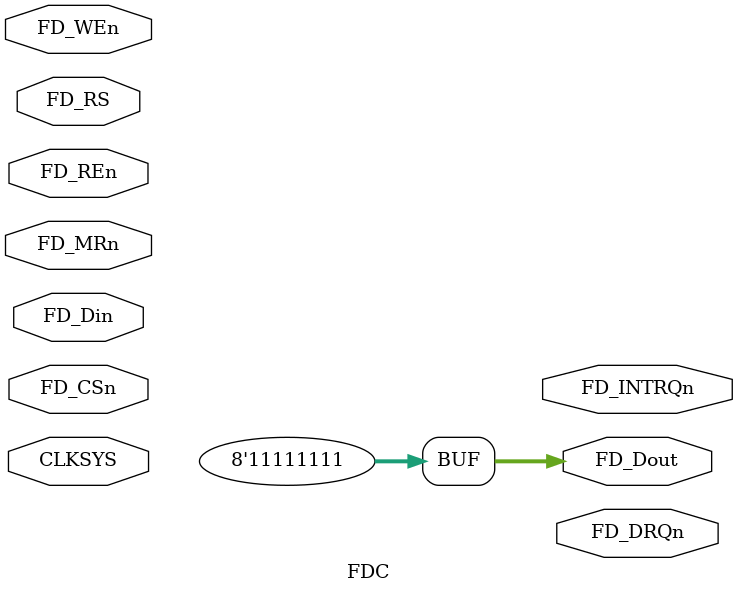
<source format=v>


module FDC(
  input CLKSYS,
  input FD_MRn, // reset
  input [7:0] FD_Din,
  output [7:0] FD_Dout,
  input [2:0] FD_RS,
  output FD_DRQn,
  output FD_INTRQn,
  input FD_CSn,
  input FD_WEn,
  input FD_REn
);

assign FD_Dout = 8'hff; // no FDC

endmodule

</source>
